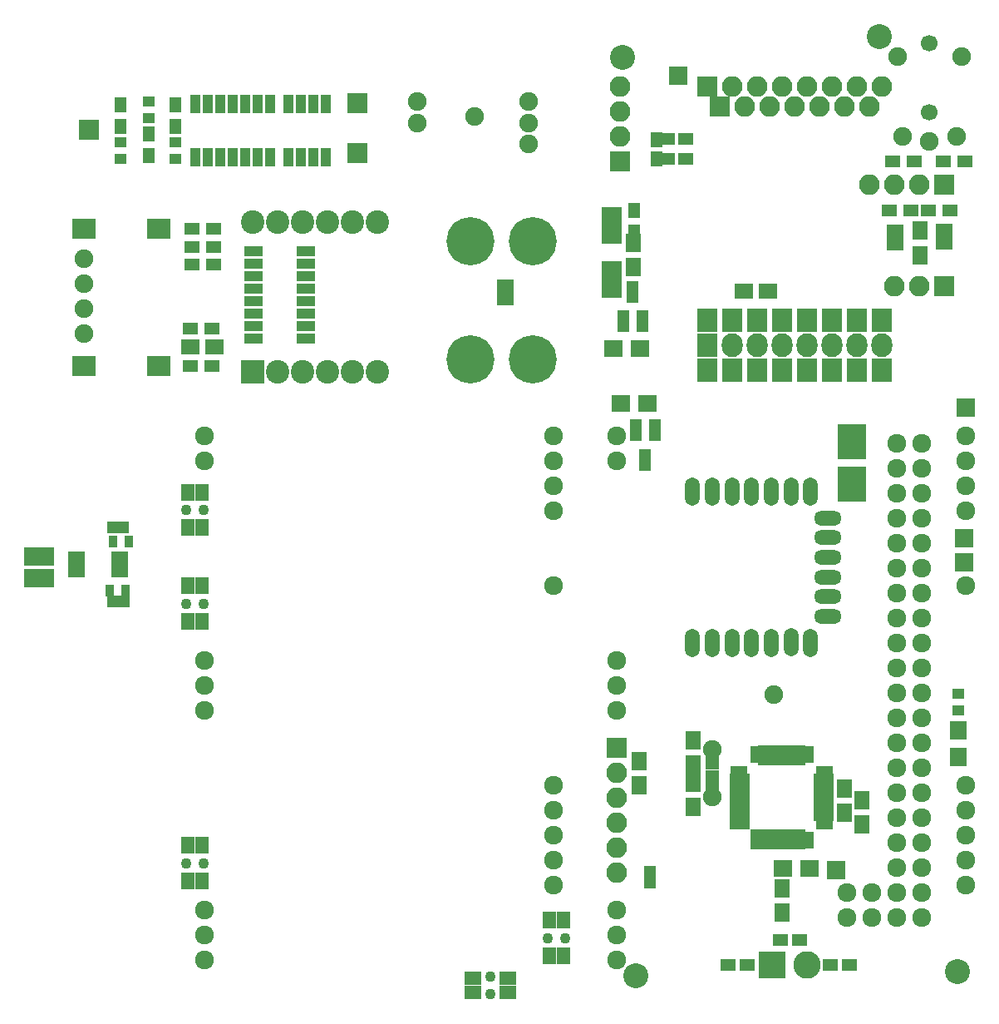
<source format=gbs>
%MOIN*%
%OFA0B0*%
%FSLAX46Y46*%
%IPPOS*%
%LPD*%
%ADD10C,0.0078740157480314977*%
%ADD11C,0.074803149606299218*%
%ADD22C,0.0039370078740157488*%
%ADD23C,0.1*%
%ADD24R,0.047244094488188976X0.0905511811023622*%
%ADD25R,0.082648031496063X0.145648031496063*%
%ADD26R,0.07874015748031496X0.037401574803149609*%
%ADD27R,0.070866141732283464X0.037401574803149609*%
%ADD28R,0.037401574803149609X0.070866141732283464*%
%ADD29R,0.037401574803149609X0.07874015748031496*%
%ADD30R,0.070866141732283464X0.035433070866141732*%
%ADD31R,0.035433070866141732X0.070866141732283464*%
%ADD32R,0.074803149606299218X0.066929133858267723*%
%ADD33R,0.074803149606299218X0.074803149606299218*%
%ADD34C,0.074803149606299218*%
%ADD35O,0.059055118110236227X0.1141732283464567*%
%ADD36O,0.11023622047244094X0.059055118110236227*%
%ADD37R,0.083748031496063011X0.095748031496063*%
%ADD38O,0.083748031496063011X0.095748031496063*%
%ADD39R,0.065748031496063X0.053937007874015758*%
%ADD40R,0.082677165354330714X0.082677165354330714*%
%ADD41O,0.082677165354330714X0.082677165354330714*%
%ADD42C,0.11023622047244094*%
%ADD43R,0.11023622047244094X0.11023622047244094*%
%ADD44R,0.055118110236220472X0.031496062992125991*%
%ADD45R,0.055118110236220472X0.055118110236220472*%
%ADD46R,0.064960629921259838X0.074803149606299218*%
%ADD47R,0.074803149606299218X0.064960629921259838*%
%ADD48R,0.062992125984251982X0.0452755905511811*%
%ADD49R,0.0452755905511811X0.062992125984251982*%
%ADD50R,0.047244094488188976X0.03937007874015748*%
%ADD51R,0.051181102362204731X0.035433070866141732*%
%ADD52R,0.062992125984251982X0.051181102362204731*%
%ADD53R,0.051181102362204731X0.062992125984251982*%
%ADD54R,0.066929133858267723X0.074803149606299218*%
%ADD55C,0.07574803149606299*%
%ADD56R,0.1141732283464567X0.14173228346456693*%
%ADD57C,0.066929133858267723*%
%ADD68C,0.0039370078740157488*%
%ADD69R,0.057086614173228349X0.070866141732283464*%
%ADD70C,0.043307086614173235*%
%ADD71R,0.070866141732283464X0.057086614173228349*%
%ADD72C,0.07574803149606299*%
%ADD83C,0.0078740157480314977*%
%ADD94C,0.0039370078740157488*%
%ADD95R,0.035433070866141732X0.051181102362204731*%
%ADD96R,0.059055118110236227X0.074803149606299218*%
%ADD97R,0.066929133858267723X0.074803149606299218*%
%ADD98R,0.070866141732283464X0.027559055118110236*%
%ADD99R,0.035433070866141732X0.049212598425196853*%
%ADD110C,0.0078740157480314977*%
%ADD111R,0.074803149606299218X0.03937007874015748*%
%ADD112R,0.095748031496063X0.095748031496063*%
%ADD113C,0.094488188976377951*%
%ADD114R,0.062992125984251982X0.051181102362204731*%
%ADD115R,0.094488188976377951X0.07874015748031496*%
%ADD116C,0.074803149606299218*%
%ADD117R,0.074803149606299218X0.064960629921259838*%
%ADD118C,0.192948031496063*%
%ADD119R,0.065748031496063X0.053937007874015758*%
%ADD130C,0.0039370078740157488*%
%ADD131R,0.047244094488188976X0.03937007874015748*%
%ADD132R,0.051181102362204731X0.062992125984251982*%
%ADD133R,0.03937007874015748X0.074803149606299218*%
%ADD134R,0.03937007874015748X0.076771653543307089*%
%ADD135R,0.082677165354330714X0.082677165354330714*%
%LPD*%
G01G01G01G01*
D10*
D11*
X-0003740157Y0007086613D02*
X0001644842Y0003601614D03*
X0001644842Y0003516614D03*
X0002089842Y0003431614D03*
X0002089842Y0003516614D03*
X0002089842Y0003601614D03*
X0001874842Y0003544114D03*
G01G01G01G01G01G01G01G01*
D22*
D23*
X0000708660Y0005511811D02*
X0002520661Y0000100810D03*
X0003811661Y0000114810D03*
X0003495661Y0003862811D03*
D24*
X0002546061Y0002722755D03*
X0002471259Y0002722755D03*
X0002508661Y0002840866D03*
D25*
X0002423161Y0003104611D03*
X0002423161Y0002888011D03*
D26*
X0002938838Y0000704074D03*
X0002938838Y0000735570D03*
X0002938838Y0000767066D03*
X0002938838Y0000798562D03*
X0002938838Y0000830059D03*
X0002938838Y0000861555D03*
X0002938838Y0000893050D03*
D27*
X0002934901Y0000924547D03*
D28*
X0002995925Y0000985570D03*
D29*
X0003027421Y0000981633D03*
X0003058917Y0000981633D03*
X0003090413Y0000981633D03*
X0003121909Y0000981633D03*
X0003153405Y0000981633D03*
X0003184900Y0000981633D03*
D28*
X0003216397Y0000985570D03*
D27*
X0003277421Y0000924547D03*
D26*
X0003273483Y0000893050D03*
X0003273483Y0000861555D03*
X0003273483Y0000830059D03*
X0003273483Y0000798562D03*
X0003273483Y0000767066D03*
X0003273483Y0000735570D03*
D30*
X0003277421Y0000704074D03*
D31*
X0003216397Y0000643051D03*
D29*
X0003184900Y0000646988D03*
X0003153405Y0000646988D03*
X0003121909Y0000646988D03*
X0003090413Y0000646988D03*
X0003058917Y0000646988D03*
X0003027421Y0000646988D03*
X0002995925Y0000646988D03*
D32*
X0003110511Y0000529311D03*
X0003216811Y0000529311D03*
X0002430511Y0002611811D03*
X0002536811Y0002611811D03*
X0002460511Y0002391810D03*
X0002566811Y0002391810D03*
D33*
X0003844488Y0002375984D03*
X0003323661Y0000524310D03*
D34*
X0003073661Y0001226811D03*
D35*
X0002748661Y0002039370D03*
X0002827401Y0002039370D03*
X0002906141Y0002039370D03*
X0002984881Y0002039370D03*
X0003063622Y0002039370D03*
X0003142362Y0002039370D03*
X0003221102Y0002039370D03*
D36*
X0003290000Y0001933464D03*
X0003290000Y0001854724D03*
X0003290000Y0001775984D03*
X0003290000Y0001697244D03*
X0003290000Y0001618503D03*
X0003290000Y0001539763D03*
D35*
X0003221102Y0001433070D03*
X0003142362Y0001437007D03*
X0003063622Y0001433070D03*
X0002984881Y0001433070D03*
X0002906141Y0001433070D03*
X0002827401Y0001433070D03*
X0002748661Y0001433070D03*
D37*
X0002808661Y0002626811D03*
D38*
X0002908661Y0002626811D03*
X0003008661Y0002626811D03*
X0003108661Y0002626811D03*
X0003208661Y0002626811D03*
X0003308661Y0002626811D03*
X0003408661Y0002626811D03*
X0003508661Y0002626811D03*
D37*
X0002808661Y0002526811D03*
X0002808661Y0002726811D03*
X0002908661Y0002526811D03*
X0002908661Y0002726811D03*
X0003008661Y0002526811D03*
X0003008661Y0002726811D03*
X0003108661Y0002526811D03*
X0003108661Y0002726811D03*
X0003208661Y0002526811D03*
X0003208661Y0002726811D03*
X0003308661Y0002526811D03*
X0003308661Y0002726811D03*
X0003408661Y0002526811D03*
X0003408661Y0002726811D03*
X0003508661Y0002526811D03*
X0003508661Y0002726811D03*
D39*
X0003758660Y0003087007D03*
X0003758660Y0003036614D03*
X0003561161Y0003031614D03*
X0003561161Y0003082007D03*
D40*
X0003758660Y0003269311D03*
D41*
X0003658661Y0003269311D03*
X0003558661Y0003269311D03*
X0003458661Y0003269311D03*
D40*
X0003758660Y0002864311D03*
D41*
X0003658661Y0002864311D03*
X0003558661Y0002864311D03*
D24*
X0002521259Y0002285866D03*
X0002596062Y0002285866D03*
X0002558661Y0002167755D03*
D33*
X0003838661Y0001851811D03*
X0003838661Y0001756811D03*
D42*
X0003206456Y0000141811D03*
D43*
X0003068661Y0000141811D03*
D44*
X0002828661Y0000910747D03*
D45*
X0002828661Y0000870984D03*
D34*
X0002828661Y0001006810D03*
X0002828661Y0000814685D03*
D45*
X0002828661Y0000951692D03*
D40*
X0002458661Y0003361811D03*
D41*
X0002458661Y0003461811D03*
X0002458661Y0003561811D03*
X0002458661Y0003661810D03*
D33*
X0002691661Y0003704811D03*
D46*
X0002751161Y0000873523D03*
X0002751161Y0000775098D03*
X0002751161Y0000945098D03*
X0002751161Y0001043523D03*
X0002533661Y0000862598D03*
X0002533661Y0000961023D03*
X0003356661Y0000851023D03*
X0003356661Y0000752598D03*
D47*
X0002953447Y0002843811D03*
X0003051874Y0002843811D03*
D46*
X0003428661Y0000803023D03*
X0003428661Y0000704598D03*
X0003661161Y0002987811D03*
X0003661161Y0003086236D03*
D48*
X0002721464Y0003451811D03*
X0002646661Y0003451811D03*
D49*
X0002602661Y0003449211D03*
X0002602661Y0003374408D03*
D48*
X0002646661Y0003373811D03*
X0002721464Y0003373811D03*
X0002891259Y0000141811D03*
X0002966062Y0000141811D03*
X0003101259Y0000241810D03*
X0003176062Y0000241810D03*
X0003301259Y0000141811D03*
X0003376062Y0000141811D03*
D46*
X0002511811Y0003037401D03*
X0002511811Y0002938976D03*
X0003108661Y0000451023D03*
X0003108661Y0000352598D03*
D50*
X0003813661Y0001230275D03*
X0003813661Y0001163346D03*
D51*
X0002576161Y0000466811D03*
X0002576161Y0000494370D03*
X0002576161Y0000521929D03*
D40*
X0002808661Y0003661810D03*
D41*
X0002908661Y0003661810D03*
X0003008661Y0003661810D03*
X0003108661Y0003661810D03*
X0003208661Y0003661810D03*
X0003308661Y0003661810D03*
X0003408661Y0003661810D03*
X0003508661Y0003661810D03*
D40*
X0002442519Y0001011811D03*
D41*
X0002442519Y0000911810D03*
X0002442519Y0000811811D03*
X0002442519Y0000711811D03*
X0002442519Y0000611811D03*
X0002442519Y0000511811D03*
D40*
X0002858661Y0003581811D03*
D41*
X0002958661Y0003581811D03*
X0003058661Y0003581811D03*
X0003158661Y0003581811D03*
X0003258661Y0003581811D03*
X0003358660Y0003581811D03*
X0003458661Y0003581811D03*
D52*
X0003753661Y0003364310D03*
X0003840275Y0003364310D03*
X0003552047Y0003364310D03*
X0003638660Y0003364310D03*
X0003781968Y0003166810D03*
X0003695354Y0003166810D03*
X0003537854Y0003166810D03*
X0003624468Y0003166810D03*
D53*
X0002512661Y0003078503D03*
X0002512661Y0003165118D03*
D54*
X0003813661Y0001082460D03*
X0003813661Y0000976161D03*
D23*
X0002468661Y0003779811D03*
D55*
X0003568661Y0002231811D03*
X0003668661Y0002231811D03*
X0003568661Y0002131810D03*
X0003668661Y0002131810D03*
X0003568661Y0002031810D03*
X0003668661Y0002031810D03*
X0003568661Y0001931811D03*
X0003668661Y0001931811D03*
X0003568661Y0001831811D03*
X0003668661Y0001831811D03*
X0003568661Y0001731811D03*
X0003668661Y0001731811D03*
X0003568661Y0001631810D03*
X0003668661Y0001631810D03*
X0003568661Y0001531811D03*
X0003668661Y0001531811D03*
X0003568661Y0001431810D03*
X0003668661Y0001431810D03*
X0003568661Y0001331811D03*
X0003668661Y0001331811D03*
X0003568661Y0001231810D03*
X0003668661Y0001231810D03*
X0003568661Y0001131811D03*
X0003668661Y0001131811D03*
X0003568661Y0001031811D03*
X0003668661Y0001031811D03*
X0003568661Y0000931810D03*
X0003668661Y0000931810D03*
X0003568661Y0000831811D03*
X0003668661Y0000831811D03*
X0003568661Y0000731810D03*
X0003668661Y0000731810D03*
X0003568661Y0000631811D03*
X0003668661Y0000631811D03*
X0003568661Y0000531810D03*
X0003668661Y0000531810D03*
X0003568661Y0000431810D03*
X0003668661Y0000431810D03*
X0003568661Y0000331810D03*
X0003668661Y0000331810D03*
X0003468660Y0000431810D03*
X0003468660Y0000331810D03*
X0003368661Y0000431810D03*
X0003368661Y0000331810D03*
X0002442519Y0002162204D03*
X0002442519Y0002262204D03*
X0003842519Y0000462204D03*
X0003842519Y0000562204D03*
X0003842519Y0000662204D03*
X0003842519Y0000762204D03*
X0003842519Y0000862204D03*
X0002442519Y0001362204D03*
X0002442519Y0001262204D03*
X0002442519Y0001162204D03*
X0002442519Y0000362204D03*
X0002442519Y0000262204D03*
X0002442519Y0000162204D03*
X0003842519Y0002262204D03*
X0003842519Y0002162204D03*
X0003842519Y0002062204D03*
X0003842519Y0001962204D03*
X0003842519Y0001662204D03*
D56*
X0003386661Y0002240456D03*
X0003386661Y0002071165D03*
D57*
X0003698660Y0003835511D03*
D34*
X0003590393Y0003461496D03*
X0003806929Y0003461496D03*
X0003698660Y0003441811D03*
X0003570708Y0003784330D03*
X0003826614Y0003784330D03*
D57*
X0003698660Y0003559920D03*
G01G01G01G01G01G01G01G01*
D68*
D69*
X-0005157480Y0006496062D02*
X0000781062Y0000621929D03*
X0000781062Y0000480196D03*
X0000723976Y0000621929D03*
X0000723976Y0000480196D03*
D70*
X0000787952Y0000551062D03*
X0000717085Y0000551062D03*
D69*
X0002173976Y0000180196D03*
X0002173976Y0000321929D03*
X0002231062Y0000180196D03*
X0002231062Y0000321929D03*
D70*
X0002167086Y0000251062D03*
X0002237952Y0000251062D03*
D71*
X0001866651Y0000089605D03*
X0002008385Y0000089605D03*
X0001866651Y0000032519D03*
X0002008385Y0000032519D03*
D70*
X0001937519Y0000096496D03*
X0001937519Y0000025629D03*
D69*
X0000781062Y0001661929D03*
X0000781062Y0001520196D03*
X0000723976Y0001661929D03*
X0000723976Y0001520196D03*
D70*
X0000787952Y0001591062D03*
X0000717085Y0001591062D03*
D69*
X0000781062Y0002036929D03*
X0000781062Y0001895196D03*
X0000723976Y0002036929D03*
X0000723976Y0001895196D03*
D70*
X0000787952Y0001966062D03*
X0000717085Y0001966062D03*
D72*
X0000789019Y0002162062D03*
X0000789019Y0002262062D03*
X0002189019Y0000462062D03*
X0002189019Y0000562062D03*
X0002189019Y0000662061D03*
X0002189019Y0000762062D03*
X0002189019Y0000862062D03*
X0000789019Y0001362062D03*
X0000789019Y0001262062D03*
X0000789019Y0001162062D03*
X0000789019Y0000362062D03*
X0000789019Y0000262062D03*
X0000789019Y0000162062D03*
X0002189019Y0002262062D03*
X0002189019Y0002162062D03*
X0002189019Y0002062062D03*
X0002189019Y0001962062D03*
X0002189019Y0001662062D03*
G04 next file*
G01G01G01G01G01G01G01G01*
D83*
G01G01G01G01G01G01G01G01*
D94*
D95*
X-0006220472Y0006299212D02*
X0000472440Y0001598425D03*
X0000444881Y0001598425D03*
X0000417322Y0001598425D03*
X0000416968Y0001897637D03*
X0000444527Y0001897637D03*
X0000472086Y0001897637D03*
D96*
X0000157480Y0001694212D03*
X0000157480Y0001781212D03*
D97*
X0000099527Y0001694212D03*
X0000099527Y0001781212D03*
D98*
X0000278913Y0001708842D03*
X0000278913Y0001728526D03*
X0000278913Y0001748212D03*
X0000278913Y0001767897D03*
X0000278913Y0001787582D03*
X0000452141Y0001787582D03*
X0000452141Y0001767897D03*
X0000452141Y0001748212D03*
X0000452141Y0001728526D03*
X0000452141Y0001708842D03*
D99*
X0000474496Y0001642212D03*
X0000411503Y0001642212D03*
X0000488188Y0001838582D03*
X0000425196Y0001838582D03*
G04 next file*
G01G01G01G01G01G01G01G01*
D110*
D111*
X-0004842519Y0006692913D02*
X0001198779Y0003002913D03*
X0001198779Y0002952913D03*
X0001198779Y0002902913D03*
X0001198779Y0002852913D03*
X0001198779Y0002802913D03*
X0001198779Y0002752913D03*
X0001198779Y0002702913D03*
X0001198779Y0002652913D03*
X0000986181Y0002652913D03*
X0000986181Y0002702913D03*
X0000986181Y0002752913D03*
X0000986181Y0002802913D03*
X0000986181Y0002852913D03*
X0000986181Y0002902913D03*
X0000986181Y0002952913D03*
X0000986181Y0003002913D03*
D112*
X0000982480Y0002517913D03*
D113*
X0001082480Y0002517913D03*
X0001182480Y0002517913D03*
X0001282480Y0002517913D03*
X0001382480Y0002517913D03*
X0001482480Y0002517913D03*
X0001282480Y0003117913D03*
X0001382480Y0003117913D03*
X0000982480Y0003117913D03*
X0001082480Y0003117913D03*
X0001482480Y0003117913D03*
X0001182480Y0003117913D03*
D114*
X0000827480Y0002947913D03*
X0000740866Y0002947913D03*
X0000819093Y0002542913D03*
X0000732480Y0002542913D03*
X0000732480Y0002692913D03*
X0000819093Y0002692913D03*
X0000739173Y0003017913D03*
X0000825787Y0003017913D03*
X0000825787Y0003092913D03*
X0000739173Y0003092913D03*
D115*
X0000307480Y0003092913D03*
X0000607480Y0003092913D03*
X0000607480Y0002542913D03*
X0000307480Y0002542913D03*
D116*
X0000307480Y0002772913D03*
X0000307480Y0002872913D03*
X0000307480Y0002672913D03*
D117*
X0000831692Y0002617913D03*
X0000733267Y0002617913D03*
D118*
X0001857480Y0003042913D03*
X0002107480Y0003042913D03*
X0001857480Y0002567913D03*
X0002107480Y0002567913D03*
D116*
X0000307480Y0002972913D03*
D119*
X0001997480Y0002863307D03*
X0001997480Y0002812913D03*
G04 next file*
G04 #@! TF.FileFunction,Soldermask,Bot*
G04 Gerber Fmt 4.6, Leading zero omitted, Abs format (unit mm)*
G04 Created by KiCad (PCBNEW 4.0.4-stable) date 03/14/17 03:23:15*
G01G01G01G01G01G01G01G01*
G04 APERTURE LIST*
G04 APERTURE END LIST*
D130*
D131*
X-0003897637Y-0003503937D02*
X0000672362Y0003439527D03*
X0000672362Y0003372597D03*
X0000567362Y0003537598D03*
X0000567362Y0003604527D03*
X0000452362Y0003372597D03*
X0000452362Y0003439527D03*
D132*
X0000672362Y0003502755D03*
X0000672362Y0003589369D03*
X0000567362Y0003474370D03*
X0000567362Y0003387755D03*
X0000452362Y0003502755D03*
X0000452362Y0003589369D03*
D133*
X0000752362Y0003592362D03*
X0000802362Y0003592362D03*
X0000852362Y0003592362D03*
X0000902362Y0003592362D03*
X0000952362Y0003592362D03*
X0001002362Y0003592362D03*
X0001052362Y0003592362D03*
X0001052362Y0003379763D03*
X0001002362Y0003379763D03*
X0000952362Y0003379763D03*
X0000902362Y0003379763D03*
X0000852362Y0003379763D03*
X0000802362Y0003379763D03*
X0000752362Y0003379763D03*
D134*
X0001127362Y0003592362D03*
X0001177362Y0003592362D03*
X0001227362Y0003592362D03*
X0001277362Y0003592362D03*
X0001277362Y0003379763D03*
X0001227362Y0003379763D03*
X0001177362Y0003379763D03*
X0001127362Y0003379763D03*
D135*
X0001402362Y0003596062D03*
X0000327362Y0003491062D03*
X0001402362Y0003396062D03*
M02*
</source>
